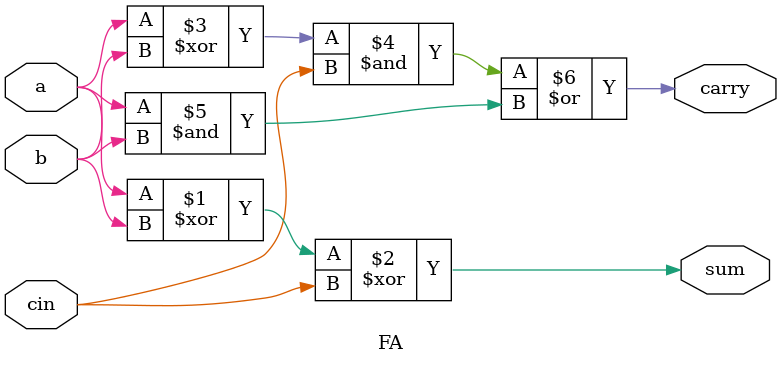
<source format=v>

module RCA(a,b,cin,sum,carry);
  input [3:0]a,b;
  input cin;
  output [3:0]sum;
  output carry;
  
  wire c1,c2,c3;
  
  FA u1(a[0],b[0],cin,sum[0],c1);
  FA u2(a[1],b[1],c1,sum[1],c2);
  FA u3(a[2],b[2],c2,sum[2],c3);
  FA u4(a[3],b[3],c3,sum[3],carry);

endmodule


module FA(input a,b,cin,output sum,carry);
  
  assign sum=a^b^cin;
  assign carry=(a^b)&cin|a&b;
  
endmodule

</source>
